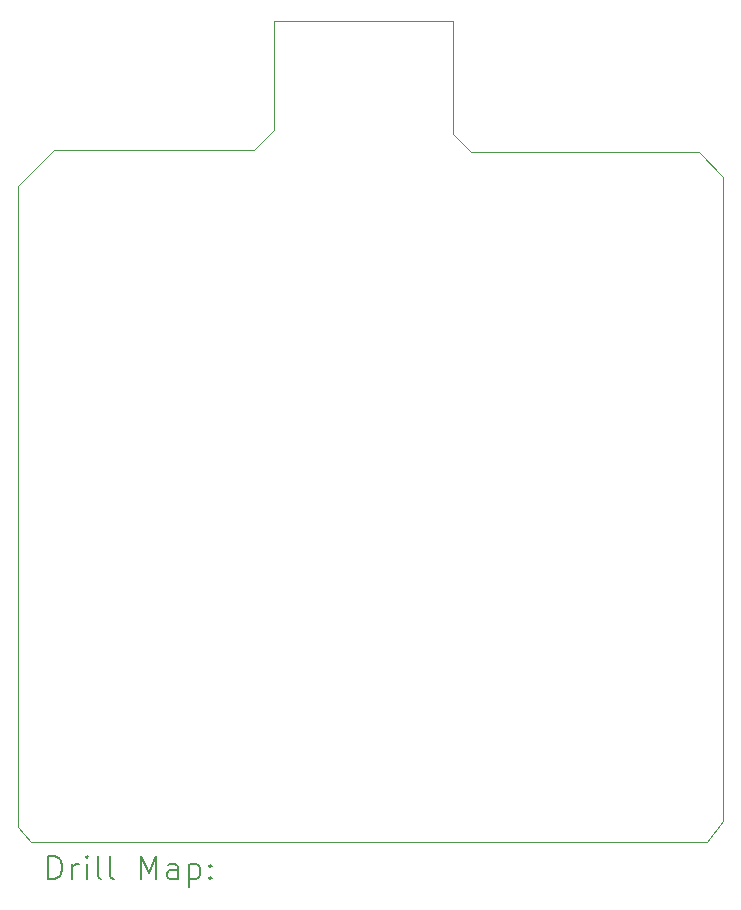
<source format=gbr>
%TF.GenerationSoftware,KiCad,Pcbnew,8.0.1*%
%TF.CreationDate,2025-01-27T18:08:42-06:00*%
%TF.ProjectId,level-shifter,6c657665-6c2d-4736-9869-667465722e6b,rev?*%
%TF.SameCoordinates,Original*%
%TF.FileFunction,Drillmap*%
%TF.FilePolarity,Positive*%
%FSLAX45Y45*%
G04 Gerber Fmt 4.5, Leading zero omitted, Abs format (unit mm)*
G04 Created by KiCad (PCBNEW 8.0.1) date 2025-01-27 18:08:42*
%MOMM*%
%LPD*%
G01*
G04 APERTURE LIST*
%ADD10C,0.050000*%
%ADD11C,0.200000*%
G04 APERTURE END LIST*
D10*
X17795000Y-6070000D02*
X17590000Y-5865000D01*
X11825000Y-6150000D02*
X11830000Y-6145000D01*
X13990000Y-4755000D02*
X13990000Y-5675000D01*
X11936000Y-11705000D02*
X17659000Y-11705000D01*
X15510000Y-4755000D02*
X13990000Y-4755000D01*
X11825000Y-11573000D02*
X11936000Y-11705000D01*
X17590000Y-5865000D02*
X15665000Y-5865000D01*
X12130000Y-5845000D02*
X11830000Y-6145000D01*
X11825000Y-6345000D02*
X11825000Y-11573000D01*
X13990000Y-5675000D02*
X13820000Y-5845000D01*
X15665000Y-5865000D02*
X15510000Y-5710000D01*
X15510000Y-5710000D02*
X15510000Y-4755000D01*
X17795000Y-11523000D02*
X17795000Y-6070000D01*
X17795000Y-11523000D02*
X17659000Y-11705000D01*
X11825000Y-6345000D02*
X11825000Y-6150000D01*
X13820000Y-5845000D02*
X12130000Y-5845000D01*
D11*
X12083277Y-12018984D02*
X12083277Y-11818984D01*
X12083277Y-11818984D02*
X12130896Y-11818984D01*
X12130896Y-11818984D02*
X12159467Y-11828508D01*
X12159467Y-11828508D02*
X12178515Y-11847555D01*
X12178515Y-11847555D02*
X12188039Y-11866603D01*
X12188039Y-11866603D02*
X12197562Y-11904698D01*
X12197562Y-11904698D02*
X12197562Y-11933269D01*
X12197562Y-11933269D02*
X12188039Y-11971365D01*
X12188039Y-11971365D02*
X12178515Y-11990412D01*
X12178515Y-11990412D02*
X12159467Y-12009460D01*
X12159467Y-12009460D02*
X12130896Y-12018984D01*
X12130896Y-12018984D02*
X12083277Y-12018984D01*
X12283277Y-12018984D02*
X12283277Y-11885650D01*
X12283277Y-11923746D02*
X12292801Y-11904698D01*
X12292801Y-11904698D02*
X12302324Y-11895174D01*
X12302324Y-11895174D02*
X12321372Y-11885650D01*
X12321372Y-11885650D02*
X12340420Y-11885650D01*
X12407086Y-12018984D02*
X12407086Y-11885650D01*
X12407086Y-11818984D02*
X12397562Y-11828508D01*
X12397562Y-11828508D02*
X12407086Y-11838031D01*
X12407086Y-11838031D02*
X12416610Y-11828508D01*
X12416610Y-11828508D02*
X12407086Y-11818984D01*
X12407086Y-11818984D02*
X12407086Y-11838031D01*
X12530896Y-12018984D02*
X12511848Y-12009460D01*
X12511848Y-12009460D02*
X12502324Y-11990412D01*
X12502324Y-11990412D02*
X12502324Y-11818984D01*
X12635658Y-12018984D02*
X12616610Y-12009460D01*
X12616610Y-12009460D02*
X12607086Y-11990412D01*
X12607086Y-11990412D02*
X12607086Y-11818984D01*
X12864229Y-12018984D02*
X12864229Y-11818984D01*
X12864229Y-11818984D02*
X12930896Y-11961841D01*
X12930896Y-11961841D02*
X12997562Y-11818984D01*
X12997562Y-11818984D02*
X12997562Y-12018984D01*
X13178515Y-12018984D02*
X13178515Y-11914222D01*
X13178515Y-11914222D02*
X13168991Y-11895174D01*
X13168991Y-11895174D02*
X13149943Y-11885650D01*
X13149943Y-11885650D02*
X13111848Y-11885650D01*
X13111848Y-11885650D02*
X13092801Y-11895174D01*
X13178515Y-12009460D02*
X13159467Y-12018984D01*
X13159467Y-12018984D02*
X13111848Y-12018984D01*
X13111848Y-12018984D02*
X13092801Y-12009460D01*
X13092801Y-12009460D02*
X13083277Y-11990412D01*
X13083277Y-11990412D02*
X13083277Y-11971365D01*
X13083277Y-11971365D02*
X13092801Y-11952317D01*
X13092801Y-11952317D02*
X13111848Y-11942793D01*
X13111848Y-11942793D02*
X13159467Y-11942793D01*
X13159467Y-11942793D02*
X13178515Y-11933269D01*
X13273753Y-11885650D02*
X13273753Y-12085650D01*
X13273753Y-11895174D02*
X13292801Y-11885650D01*
X13292801Y-11885650D02*
X13330896Y-11885650D01*
X13330896Y-11885650D02*
X13349943Y-11895174D01*
X13349943Y-11895174D02*
X13359467Y-11904698D01*
X13359467Y-11904698D02*
X13368991Y-11923746D01*
X13368991Y-11923746D02*
X13368991Y-11980888D01*
X13368991Y-11980888D02*
X13359467Y-11999936D01*
X13359467Y-11999936D02*
X13349943Y-12009460D01*
X13349943Y-12009460D02*
X13330896Y-12018984D01*
X13330896Y-12018984D02*
X13292801Y-12018984D01*
X13292801Y-12018984D02*
X13273753Y-12009460D01*
X13454705Y-11999936D02*
X13464229Y-12009460D01*
X13464229Y-12009460D02*
X13454705Y-12018984D01*
X13454705Y-12018984D02*
X13445182Y-12009460D01*
X13445182Y-12009460D02*
X13454705Y-11999936D01*
X13454705Y-11999936D02*
X13454705Y-12018984D01*
X13454705Y-11895174D02*
X13464229Y-11904698D01*
X13464229Y-11904698D02*
X13454705Y-11914222D01*
X13454705Y-11914222D02*
X13445182Y-11904698D01*
X13445182Y-11904698D02*
X13454705Y-11895174D01*
X13454705Y-11895174D02*
X13454705Y-11914222D01*
M02*

</source>
